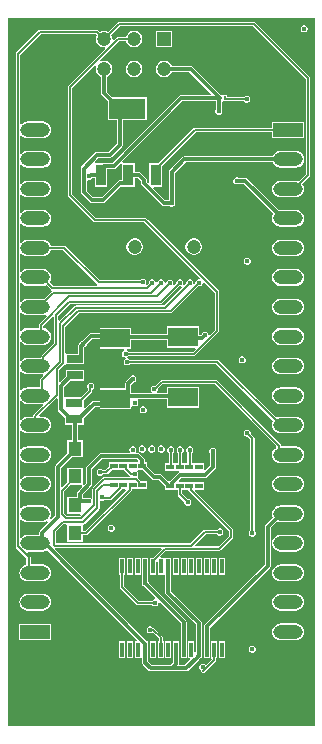
<source format=gbl>
G04*
G04 #@! TF.GenerationSoftware,Altium Limited,Altium Designer,21.0.9 (235)*
G04*
G04 Layer_Physical_Order=4*
G04 Layer_Color=16711680*
%FSLAX25Y25*%
%MOIN*%
G70*
G04*
G04 #@! TF.SameCoordinates,8C7BE193-C278-4644-9D0B-105955A7BB27*
G04*
G04*
G04 #@! TF.FilePolarity,Positive*
G04*
G01*
G75*
%ADD22R,0.04331X0.04921*%
%ADD24R,0.05315X0.02756*%
%ADD41C,0.00591*%
%ADD42C,0.01181*%
%ADD43R,0.09843X0.04724*%
%ADD44O,0.09843X0.04724*%
%ADD45C,0.04724*%
%ADD46R,0.04724X0.04724*%
%ADD47C,0.01575*%
%ADD48R,0.01181X0.04921*%
%ADD49R,0.03307X0.07087*%
%ADD50R,0.12205X0.07087*%
%ADD51R,0.09843X0.06299*%
%ADD52R,0.02559X0.01772*%
%ADD53R,0.00591X0.01260*%
G36*
X102362Y0D02*
X0D01*
Y236221D01*
X102362D01*
Y0D01*
D02*
G37*
%LPC*%
G36*
X99152Y233760D02*
X98682D01*
X98248Y233580D01*
X97916Y233248D01*
X97736Y232814D01*
Y232344D01*
X97916Y231910D01*
X98248Y231577D01*
X98682Y231398D01*
X99152D01*
X99586Y231577D01*
X99919Y231910D01*
X100098Y232344D01*
Y232814D01*
X99919Y233248D01*
X99586Y233580D01*
X99152Y233760D01*
D02*
G37*
G36*
X54921Y231890D02*
X49409D01*
Y226378D01*
X54921D01*
Y231890D01*
D02*
G37*
G36*
X42528Y221890D02*
X41802D01*
X41102Y221702D01*
X40473Y221339D01*
X39960Y220826D01*
X39597Y220198D01*
X39409Y219497D01*
Y218771D01*
X39597Y218070D01*
X39960Y217442D01*
X40473Y216929D01*
X41102Y216566D01*
X41802Y216378D01*
X42528D01*
X43229Y216566D01*
X43857Y216929D01*
X44371Y217442D01*
X44733Y218070D01*
X44921Y218771D01*
Y219497D01*
X44733Y220198D01*
X44371Y220826D01*
X43857Y221339D01*
X43229Y221702D01*
X42528Y221890D01*
D02*
G37*
G36*
X82087Y234758D02*
X37087D01*
X36818Y234704D01*
X36590Y234552D01*
X33553Y231515D01*
X33229Y231702D01*
X32528Y231890D01*
X31802D01*
X31102Y231702D01*
X30778Y231515D01*
X30241Y232052D01*
X30013Y232204D01*
X29744Y232258D01*
X10787D01*
X10519Y232204D01*
X10291Y232052D01*
X2850Y224611D01*
X2698Y224383D01*
X2644Y224114D01*
Y60015D01*
X2698Y59747D01*
X2850Y59519D01*
X6246Y56122D01*
Y53907D01*
X5934Y53866D01*
X5264Y53588D01*
X4688Y53147D01*
X4246Y52571D01*
X3968Y51901D01*
X3874Y51181D01*
X3968Y50462D01*
X4246Y49791D01*
X4688Y49216D01*
X5264Y48774D01*
X5934Y48496D01*
X6653Y48401D01*
X11772D01*
X12491Y48496D01*
X13161Y48774D01*
X13737Y49216D01*
X14179Y49791D01*
X14457Y50462D01*
X14551Y51181D01*
X14457Y51901D01*
X14179Y52571D01*
X13737Y53147D01*
X13161Y53588D01*
X12491Y53866D01*
X11772Y53961D01*
X7651D01*
Y56413D01*
X7598Y56682D01*
X7445Y56910D01*
X6582Y57774D01*
X6819Y58244D01*
X11772D01*
X12491Y58339D01*
X13161Y58616D01*
X13243Y58679D01*
X43015Y28907D01*
X42823Y28445D01*
X42323D01*
Y22736D01*
X44291D01*
Y26453D01*
X44791Y26720D01*
X44863Y26672D01*
Y21161D01*
X44939Y20777D01*
X45156Y20452D01*
X47027Y18582D01*
X47352Y18364D01*
X47736Y18288D01*
X59364D01*
X59748Y18364D01*
X60074Y18582D01*
X63654Y22162D01*
X63682Y22204D01*
X64214Y22736D01*
X64764D01*
Y23623D01*
X64783Y23720D01*
Y25591D01*
Y34350D01*
X64707Y34734D01*
X64489Y35060D01*
X54547Y45002D01*
Y53347D01*
X54528Y53443D01*
Y56201D01*
X52559D01*
Y53443D01*
X52540Y53347D01*
Y44587D01*
X52616Y44203D01*
X52834Y43877D01*
X62776Y33935D01*
Y25591D01*
Y24577D01*
X62705Y24529D01*
X62205Y24796D01*
Y28445D01*
X60236D01*
Y22736D01*
X60737D01*
X60928Y22274D01*
X58949Y20295D01*
X57522D01*
X57487Y20306D01*
X57106Y20768D01*
Y25591D01*
X57087Y25688D01*
Y28445D01*
X55118D01*
Y25688D01*
X55099Y25591D01*
Y21183D01*
X54210Y20295D01*
X48152D01*
X46870Y21577D01*
Y25591D01*
Y27475D01*
X46850Y27571D01*
Y28445D01*
X46315D01*
X15726Y59034D01*
X15933Y59534D01*
X51096D01*
X51287Y59072D01*
X48416Y56201D01*
X47441D01*
Y50492D01*
X49409D01*
Y54848D01*
X49500Y54909D01*
X50000Y54641D01*
Y50492D01*
X51968D01*
Y56201D01*
X51056D01*
X50865Y56663D01*
X52752Y58549D01*
X70571D01*
X70840Y58603D01*
X71068Y58755D01*
X74808Y62495D01*
X74960Y62723D01*
X75014Y62992D01*
Y65354D01*
X74960Y65623D01*
X74808Y65851D01*
X62282Y78377D01*
X62473Y78839D01*
X65354D01*
Y81398D01*
X57177D01*
X56985Y81860D01*
X57882Y82756D01*
X65650D01*
X66034Y82833D01*
X66359Y83050D01*
X69115Y85806D01*
X69333Y86132D01*
X69409Y86516D01*
Y91119D01*
X69566Y91497D01*
Y91967D01*
X69386Y92401D01*
X69054Y92734D01*
X68620Y92913D01*
X68150D01*
X67716Y92734D01*
X67383Y92401D01*
X67204Y91967D01*
Y91497D01*
X67383Y91063D01*
X67402Y91045D01*
Y86931D01*
X65854Y85384D01*
X65354Y85591D01*
Y87697D01*
X61332D01*
Y91158D01*
X61631Y91457D01*
X61811Y91891D01*
Y92361D01*
X61631Y92795D01*
X61299Y93127D01*
X60865Y93307D01*
X60395D01*
X59961Y93127D01*
X59629Y92795D01*
X59449Y92361D01*
Y91891D01*
X59629Y91457D01*
X59927Y91158D01*
Y87697D01*
X58183D01*
Y91158D01*
X58482Y91457D01*
X58661Y91891D01*
Y92361D01*
X58482Y92795D01*
X58149Y93127D01*
X57715Y93307D01*
X57245D01*
X56811Y93127D01*
X56479Y92795D01*
X56299Y92361D01*
Y91891D01*
X56479Y91457D01*
X56778Y91158D01*
Y87697D01*
X55033D01*
Y91158D01*
X55332Y91457D01*
X55512Y91891D01*
Y92361D01*
X55332Y92795D01*
X55000Y93127D01*
X54566Y93307D01*
X54096D01*
X53662Y93127D01*
X53329Y92795D01*
X53150Y92361D01*
Y91891D01*
X53329Y91457D01*
X53628Y91158D01*
Y87697D01*
X52559D01*
Y85138D01*
X56925D01*
X56991Y84948D01*
X57009Y84638D01*
X56757Y84469D01*
X54212Y81924D01*
X54190Y81893D01*
X53565Y81811D01*
X51497Y83879D01*
X51171Y84096D01*
X50787Y84173D01*
X49136D01*
X46457Y86852D01*
Y87992D01*
X45787D01*
Y88678D01*
X45711Y89062D01*
X45493Y89388D01*
X44112Y90769D01*
X43787Y90986D01*
X43403Y91063D01*
X42948D01*
X42734Y91555D01*
X42913Y91989D01*
Y92459D01*
X42734Y92893D01*
X42401Y93226D01*
X41967Y93405D01*
X41497D01*
X41063Y93226D01*
X40731Y92893D01*
X40551Y92459D01*
Y91989D01*
X40731Y91555D01*
X40517Y91063D01*
X31102D01*
X30718Y90986D01*
X30393Y90769D01*
X26456Y86832D01*
X26238Y86506D01*
X26162Y86122D01*
Y81124D01*
X25500Y80462D01*
X25000Y80670D01*
X25000Y80807D01*
Y86122D01*
X19882D01*
Y81407D01*
X18198Y79723D01*
X17736Y79914D01*
Y86100D01*
X21301Y89665D01*
X25000D01*
Y95374D01*
X23445D01*
Y100591D01*
X25295D01*
Y102715D01*
X29057Y106477D01*
X30610D01*
Y105709D01*
X41240D01*
Y106579D01*
X41740Y106786D01*
X41752Y106774D01*
X42186Y106595D01*
X42656D01*
X43090Y106774D01*
X43423Y107106D01*
X43602Y107541D01*
Y108010D01*
X43423Y108445D01*
X43331Y108536D01*
X43538Y109036D01*
X53051D01*
Y106102D01*
X63681D01*
Y113189D01*
X53051D01*
Y111043D01*
X49832D01*
X49631Y111543D01*
X49820Y111732D01*
X50000Y112167D01*
Y112388D01*
X51574Y113963D01*
X69099D01*
X89560Y93502D01*
X89558Y93248D01*
X89465Y92889D01*
X88979Y92517D01*
X88538Y91941D01*
X88260Y91271D01*
X88165Y90551D01*
X88260Y89832D01*
X88538Y89161D01*
X88979Y88586D01*
X89555Y88144D01*
X90225Y87866D01*
X90945Y87771D01*
X96063D01*
X96782Y87866D01*
X97453Y88144D01*
X98028Y88586D01*
X98470Y89161D01*
X98748Y89832D01*
X98843Y90551D01*
X98748Y91271D01*
X98470Y91941D01*
X98028Y92517D01*
X97453Y92958D01*
X96782Y93236D01*
X96063Y93331D01*
X91304D01*
Y93453D01*
X91251Y93722D01*
X91099Y93950D01*
X69886Y115162D01*
X69659Y115314D01*
X69390Y115368D01*
X51284D01*
X51015Y115314D01*
X50787Y115162D01*
X49163Y113538D01*
X49054Y113583D01*
X48584D01*
X48150Y113403D01*
X47818Y113071D01*
X47638Y112636D01*
Y112167D01*
X47818Y111732D01*
X48007Y111543D01*
X47806Y111043D01*
X41240D01*
Y111714D01*
X41259Y111811D01*
Y113848D01*
X42056Y114645D01*
X42303Y114747D01*
X42635Y115079D01*
X42815Y115513D01*
Y115983D01*
X42635Y116417D01*
X42303Y116749D01*
X41869Y116929D01*
X41399D01*
X40965Y116749D01*
X40633Y116417D01*
X40453Y115983D01*
Y115880D01*
X39546Y114973D01*
X39329Y114648D01*
X39252Y114263D01*
Y112795D01*
X30610D01*
Y108484D01*
X28642D01*
X28258Y108407D01*
X27932Y108190D01*
X25760Y106018D01*
X25739Y106029D01*
X25739Y106029D01*
X25295Y106260D01*
X25295Y106537D01*
Y108652D01*
X28064Y111421D01*
X28217Y111649D01*
X28270Y111918D01*
Y112222D01*
X28425Y112286D01*
X28757Y112618D01*
X28937Y113052D01*
Y113522D01*
X28757Y113956D01*
X28425Y114289D01*
X27991Y114469D01*
X27521D01*
X27087Y114289D01*
X26755Y113956D01*
X26575Y113522D01*
Y113052D01*
X26755Y112618D01*
X26865Y112508D01*
Y112209D01*
X24302Y109646D01*
X19193D01*
Y106765D01*
X18819Y106506D01*
X18693Y106483D01*
X18622Y106527D01*
Y112970D01*
X20809Y115157D01*
X25492D01*
Y118701D01*
X19390D01*
Y116577D01*
X17503Y114690D01*
X17041Y114881D01*
Y118648D01*
X18928Y120535D01*
X18939Y120551D01*
X19390Y120669D01*
X19390Y120669D01*
X25492D01*
Y123131D01*
X25511Y123228D01*
Y126249D01*
X25521Y126259D01*
X25767Y126361D01*
X26100Y126693D01*
X26277Y127122D01*
X28270Y129115D01*
X30610D01*
Y125787D01*
X38681D01*
X38780Y125287D01*
X38603Y125214D01*
X38270Y124882D01*
X38091Y124448D01*
Y123978D01*
X38270Y123544D01*
X38603Y123211D01*
X39037Y123031D01*
X39271D01*
X39371Y122531D01*
X39193Y122458D01*
X38861Y122126D01*
X38681Y121692D01*
Y121222D01*
X38861Y120788D01*
X39193Y120455D01*
X39627Y120276D01*
X40097D01*
X40531Y120455D01*
X40830Y120754D01*
X69591D01*
X88548Y101797D01*
X88538Y101784D01*
X88260Y101113D01*
X88165Y100394D01*
X88260Y99674D01*
X88538Y99004D01*
X88979Y98428D01*
X89555Y97986D01*
X90225Y97709D01*
X90945Y97614D01*
X96063D01*
X96782Y97709D01*
X97453Y97986D01*
X98028Y98428D01*
X98470Y99004D01*
X98748Y99674D01*
X98843Y100394D01*
X98748Y101113D01*
X98470Y101784D01*
X98028Y102359D01*
X97453Y102801D01*
X96782Y103079D01*
X96063Y103173D01*
X90945D01*
X90225Y103079D01*
X89555Y102801D01*
X89542Y102791D01*
X70379Y121953D01*
X70151Y122106D01*
X69882Y122159D01*
X40830D01*
X40531Y122458D01*
X40097Y122638D01*
X39863D01*
X39763Y123138D01*
X39941Y123211D01*
X40240Y123510D01*
X62106D01*
X62375Y123564D01*
X62603Y123716D01*
X70280Y131393D01*
X70433Y131621D01*
X70486Y131890D01*
Y144783D01*
X70433Y145052D01*
X70280Y145280D01*
X46363Y169197D01*
X46135Y169350D01*
X45866Y169403D01*
X29425D01*
X21372Y177456D01*
Y212701D01*
X29227Y220557D01*
X29627Y220250D01*
X29597Y220198D01*
X29409Y219497D01*
Y218771D01*
X29597Y218070D01*
X29960Y217442D01*
X30473Y216929D01*
X31102Y216566D01*
X31162Y216550D01*
Y211043D01*
X31238Y210659D01*
X31456Y210334D01*
X33366Y208423D01*
Y201969D01*
X36300D01*
Y194305D01*
X33549Y191555D01*
X29921D01*
X29537Y191478D01*
X29212Y191261D01*
X24578Y186627D01*
X24360Y186301D01*
X24284Y185917D01*
Y178157D01*
X24360Y177773D01*
X24578Y177448D01*
X27342Y174684D01*
X27667Y174467D01*
X28051Y174390D01*
X31693D01*
X32077Y174467D01*
X32403Y174684D01*
X34567Y176848D01*
X34863Y177046D01*
X37717Y179901D01*
X38209Y179921D01*
Y179921D01*
X42303D01*
Y182855D01*
X43265D01*
X44462Y181658D01*
Y181115D01*
X44538Y180731D01*
X44756Y180405D01*
X51386Y173775D01*
X51712Y173558D01*
X52096Y173481D01*
X53884D01*
X53957Y173408D01*
X54391Y173228D01*
X54861D01*
X55295Y173408D01*
X55627Y173740D01*
X55807Y174174D01*
Y174644D01*
X55629Y175073D01*
Y184328D01*
X59274Y187973D01*
X88378D01*
X88538Y187586D01*
X88979Y187011D01*
X89555Y186569D01*
X90225Y186291D01*
X90945Y186197D01*
X96063D01*
X96782Y186291D01*
X97453Y186569D01*
X98028Y187011D01*
X98470Y187586D01*
X98748Y188257D01*
X98843Y188976D01*
X98748Y189696D01*
X98470Y190366D01*
X98028Y190942D01*
X97453Y191384D01*
X96782Y191661D01*
X96063Y191756D01*
X90945D01*
X90225Y191661D01*
X89555Y191384D01*
X88979Y190942D01*
X88538Y190366D01*
X88378Y189980D01*
X58858D01*
X58474Y189903D01*
X58149Y189686D01*
X53916Y185454D01*
X53699Y185128D01*
X53623Y184744D01*
Y175488D01*
X52511D01*
X48540Y179459D01*
X48732Y179921D01*
X51358D01*
Y186802D01*
X62673Y198116D01*
X88189D01*
Y196063D01*
X98819D01*
Y201575D01*
X88189D01*
Y199521D01*
X62382D01*
X62113Y199468D01*
X61885Y199316D01*
X50365Y187795D01*
X47264D01*
Y181389D01*
X46802Y181198D01*
X46469Y181531D01*
Y182074D01*
X46393Y182458D01*
X46175Y182783D01*
X44391Y184568D01*
X44065Y184785D01*
X43681Y184862D01*
X42303D01*
Y187795D01*
X38625D01*
X38445Y187795D01*
X38238Y188295D01*
X58290Y208347D01*
X69371D01*
Y205683D01*
X69193Y205255D01*
Y204785D01*
X69373Y204351D01*
X69705Y204018D01*
X70139Y203839D01*
X70609D01*
X71043Y204018D01*
X71375Y204351D01*
X71555Y204785D01*
Y205255D01*
X71377Y205683D01*
Y207941D01*
X71654Y208327D01*
X73032D01*
Y208500D01*
X78577D01*
X78625Y208386D01*
X78957Y208054D01*
X79391Y207874D01*
X79861D01*
X80295Y208054D01*
X80627Y208386D01*
X80807Y208820D01*
Y209290D01*
X80627Y209724D01*
X80295Y210056D01*
X79861Y210236D01*
X79391D01*
X78957Y210056D01*
X78806Y209905D01*
X73032D01*
Y210374D01*
X71654D01*
Y210374D01*
X71156Y210381D01*
X61694Y219844D01*
X61368Y220061D01*
X60984Y220137D01*
X54750D01*
X54733Y220198D01*
X54371Y220826D01*
X53857Y221339D01*
X53229Y221702D01*
X52528Y221890D01*
X51802D01*
X51102Y221702D01*
X50473Y221339D01*
X49960Y220826D01*
X49597Y220198D01*
X49409Y219497D01*
Y218771D01*
X49597Y218070D01*
X49960Y217442D01*
X50473Y216929D01*
X51102Y216566D01*
X51802Y216378D01*
X52528D01*
X53229Y216566D01*
X53857Y216929D01*
X54371Y217442D01*
X54733Y218070D01*
X54750Y218130D01*
X60569D01*
X67883Y210816D01*
X67692Y210354D01*
X57874D01*
X57490Y210278D01*
X57164Y210060D01*
X34919Y187815D01*
X32264D01*
X32167Y187795D01*
X29632D01*
X29292Y187795D01*
X29048Y188225D01*
X29069Y188280D01*
X30337Y189548D01*
X33965D01*
X34349Y189624D01*
X34674Y189842D01*
X38013Y193180D01*
X38230Y193506D01*
X38307Y193890D01*
Y201969D01*
X46358D01*
Y209842D01*
X34785D01*
X33169Y211459D01*
Y216550D01*
X33229Y216566D01*
X33858Y216929D01*
X34371Y217442D01*
X34733Y218070D01*
X34921Y218771D01*
Y219497D01*
X34733Y220198D01*
X34371Y220826D01*
X33858Y221339D01*
X33229Y221702D01*
X32528Y221890D01*
X31802D01*
X31102Y221702D01*
X31050Y221672D01*
X30743Y222072D01*
X37102Y228431D01*
X39500D01*
X39597Y228070D01*
X39960Y227442D01*
X40473Y226929D01*
X41102Y226566D01*
X41802Y226378D01*
X42528D01*
X43229Y226566D01*
X43857Y226929D01*
X44371Y227442D01*
X44733Y228070D01*
X44921Y228771D01*
Y229497D01*
X44733Y230198D01*
X44371Y230826D01*
X43857Y231339D01*
X43229Y231702D01*
X42528Y231890D01*
X41802D01*
X41102Y231702D01*
X40473Y231339D01*
X39960Y230826D01*
X39597Y230198D01*
X39500Y229836D01*
X36811D01*
X36542Y229783D01*
X36314Y229631D01*
X35398Y228714D01*
X34921Y228945D01*
Y229497D01*
X34733Y230198D01*
X34546Y230521D01*
X37378Y233353D01*
X81796D01*
X99494Y215654D01*
Y184149D01*
X97052Y181707D01*
X96782Y181819D01*
X96063Y181913D01*
X90945D01*
X90225Y181819D01*
X89555Y181541D01*
X88979Y181099D01*
X88538Y180524D01*
X88260Y179853D01*
X88165Y179134D01*
X88260Y178414D01*
X88538Y177744D01*
X88979Y177168D01*
X89555Y176727D01*
X90225Y176449D01*
X90945Y176354D01*
X96063D01*
X96782Y176449D01*
X97453Y176727D01*
X98028Y177168D01*
X98470Y177744D01*
X98748Y178414D01*
X98843Y179134D01*
X98748Y179853D01*
X98470Y180524D01*
X98203Y180871D01*
X100694Y183361D01*
X100846Y183589D01*
X100899Y183858D01*
Y215945D01*
X100846Y216214D01*
X100694Y216442D01*
X82583Y234552D01*
X82355Y234704D01*
X82087Y234758D01*
D02*
G37*
G36*
X76515Y182972D02*
X76045D01*
X75611Y182793D01*
X75278Y182460D01*
X75098Y182026D01*
Y181556D01*
X75278Y181122D01*
X75611Y180790D01*
X76045Y180610D01*
X76515D01*
X76705Y180689D01*
X78817D01*
X88662Y170844D01*
X88538Y170681D01*
X88260Y170011D01*
X88165Y169291D01*
X88260Y168572D01*
X88538Y167902D01*
X88979Y167326D01*
X89555Y166884D01*
X90225Y166606D01*
X90945Y166512D01*
X96063D01*
X96782Y166606D01*
X97453Y166884D01*
X98028Y167326D01*
X98470Y167902D01*
X98748Y168572D01*
X98843Y169291D01*
X98748Y170011D01*
X98470Y170681D01*
X98028Y171257D01*
X97453Y171699D01*
X96782Y171976D01*
X96063Y172071D01*
X90945D01*
X90351Y171993D01*
X79942Y182403D01*
X79616Y182620D01*
X79232Y182696D01*
X77045D01*
X76949Y182793D01*
X76515Y182972D01*
D02*
G37*
G36*
X62371Y162598D02*
X61645D01*
X60944Y162411D01*
X60316Y162048D01*
X59803Y161535D01*
X59440Y160906D01*
X59252Y160205D01*
Y159480D01*
X59440Y158779D01*
X59803Y158150D01*
X60316Y157637D01*
X60944Y157274D01*
X61645Y157087D01*
X62371D01*
X63072Y157274D01*
X63700Y157637D01*
X64213Y158150D01*
X64576Y158779D01*
X64764Y159480D01*
Y160205D01*
X64576Y160906D01*
X64213Y161535D01*
X63700Y162048D01*
X63072Y162411D01*
X62371Y162598D01*
D02*
G37*
G36*
X96063Y162229D02*
X90945D01*
X90225Y162134D01*
X89555Y161856D01*
X88979Y161414D01*
X88538Y160839D01*
X88260Y160168D01*
X88165Y159449D01*
X88260Y158729D01*
X88538Y158059D01*
X88979Y157483D01*
X89555Y157042D01*
X90225Y156764D01*
X90945Y156669D01*
X96063D01*
X96782Y156764D01*
X97453Y157042D01*
X98028Y157483D01*
X98470Y158059D01*
X98748Y158729D01*
X98843Y159449D01*
X98748Y160168D01*
X98470Y160839D01*
X98028Y161414D01*
X97453Y161856D01*
X96782Y162134D01*
X96063Y162229D01*
D02*
G37*
G36*
X80156Y156201D02*
X79686D01*
X79252Y156021D01*
X78920Y155689D01*
X78740Y155255D01*
Y154785D01*
X78920Y154351D01*
X79252Y154018D01*
X79686Y153839D01*
X80156D01*
X80590Y154018D01*
X80923Y154351D01*
X81102Y154785D01*
Y155255D01*
X80923Y155689D01*
X80590Y156021D01*
X80156Y156201D01*
D02*
G37*
G36*
X96063Y152386D02*
X90945D01*
X90225Y152291D01*
X89555Y152014D01*
X88979Y151572D01*
X88538Y150996D01*
X88260Y150326D01*
X88165Y149606D01*
X88260Y148887D01*
X88538Y148216D01*
X88979Y147641D01*
X89555Y147199D01*
X90225Y146921D01*
X90945Y146827D01*
X96063D01*
X96782Y146921D01*
X97453Y147199D01*
X98028Y147641D01*
X98470Y148216D01*
X98748Y148887D01*
X98843Y149606D01*
X98748Y150326D01*
X98470Y150996D01*
X98028Y151572D01*
X97453Y152014D01*
X96782Y152291D01*
X96063Y152386D01*
D02*
G37*
G36*
Y142543D02*
X90945D01*
X90225Y142449D01*
X89555Y142171D01*
X88979Y141729D01*
X88538Y141154D01*
X88260Y140483D01*
X88165Y139764D01*
X88260Y139044D01*
X88538Y138374D01*
X88979Y137798D01*
X89555Y137356D01*
X90225Y137079D01*
X90945Y136984D01*
X96063D01*
X96782Y137079D01*
X97453Y137356D01*
X98028Y137798D01*
X98470Y138374D01*
X98748Y139044D01*
X98843Y139764D01*
X98748Y140483D01*
X98470Y141154D01*
X98028Y141729D01*
X97453Y142171D01*
X96782Y142449D01*
X96063Y142543D01*
D02*
G37*
G36*
Y132701D02*
X90945D01*
X90225Y132606D01*
X89555Y132328D01*
X88979Y131887D01*
X88538Y131311D01*
X88260Y130641D01*
X88165Y129921D01*
X88260Y129202D01*
X88538Y128531D01*
X88979Y127956D01*
X89555Y127514D01*
X90225Y127236D01*
X90945Y127142D01*
X96063D01*
X96782Y127236D01*
X97453Y127514D01*
X98028Y127956D01*
X98470Y128531D01*
X98748Y129202D01*
X98843Y129921D01*
X98748Y130641D01*
X98470Y131311D01*
X98028Y131887D01*
X97453Y132328D01*
X96782Y132606D01*
X96063Y132701D01*
D02*
G37*
G36*
X78385Y123327D02*
X77915D01*
X77481Y123147D01*
X77148Y122815D01*
X76968Y122381D01*
Y121911D01*
X77148Y121477D01*
X77481Y121144D01*
X77915Y120965D01*
X78385D01*
X78819Y121144D01*
X79151Y121477D01*
X79331Y121911D01*
Y122381D01*
X79151Y122815D01*
X78819Y123147D01*
X78385Y123327D01*
D02*
G37*
G36*
X96063Y122858D02*
X90945D01*
X90225Y122764D01*
X89555Y122486D01*
X88979Y122044D01*
X88538Y121469D01*
X88260Y120798D01*
X88165Y120079D01*
X88260Y119359D01*
X88538Y118689D01*
X88979Y118113D01*
X89555Y117672D01*
X90225Y117394D01*
X90945Y117299D01*
X96063D01*
X96782Y117394D01*
X97453Y117672D01*
X98028Y118113D01*
X98470Y118689D01*
X98748Y119359D01*
X98843Y120079D01*
X98748Y120798D01*
X98470Y121469D01*
X98028Y122044D01*
X97453Y122486D01*
X96782Y122764D01*
X96063Y122858D01*
D02*
G37*
G36*
Y113016D02*
X90945D01*
X90225Y112921D01*
X89555Y112644D01*
X88979Y112202D01*
X88538Y111626D01*
X88260Y110956D01*
X88165Y110236D01*
X88260Y109517D01*
X88538Y108846D01*
X88979Y108271D01*
X89555Y107829D01*
X90225Y107551D01*
X90945Y107457D01*
X96063D01*
X96782Y107551D01*
X97453Y107829D01*
X98028Y108271D01*
X98470Y108846D01*
X98748Y109517D01*
X98843Y110236D01*
X98748Y110956D01*
X98470Y111626D01*
X98028Y112202D01*
X97453Y112644D01*
X96782Y112921D01*
X96063Y113016D01*
D02*
G37*
G36*
X45392Y106644D02*
X44922D01*
X44488Y106464D01*
X44156Y106132D01*
X43976Y105698D01*
Y105228D01*
X44156Y104794D01*
X44488Y104461D01*
X44922Y104281D01*
X45392D01*
X45826Y104461D01*
X46158Y104794D01*
X46338Y105228D01*
Y105698D01*
X46158Y106132D01*
X45826Y106464D01*
X45392Y106644D01*
D02*
G37*
G36*
X48266Y93602D02*
X47797D01*
X47363Y93423D01*
X47030Y93090D01*
X46850Y92656D01*
Y92186D01*
X47030Y91752D01*
X47363Y91420D01*
X47797Y91240D01*
X48266D01*
X48700Y91420D01*
X49033Y91752D01*
X49213Y92186D01*
Y92656D01*
X49033Y93090D01*
X48700Y93423D01*
X48266Y93602D01*
D02*
G37*
G36*
X51416Y93602D02*
X50946D01*
X50512Y93423D01*
X50180Y93090D01*
X50000Y92656D01*
Y92186D01*
X50180Y91752D01*
X50512Y91420D01*
X50946Y91240D01*
X51416D01*
X51850Y91420D01*
X52182Y91752D01*
X52362Y92186D01*
Y92656D01*
X52182Y93090D01*
X51850Y93423D01*
X51416Y93602D01*
D02*
G37*
G36*
X45117D02*
X44647D01*
X44213Y93423D01*
X43881Y93090D01*
X43701Y92656D01*
Y92186D01*
X43881Y91752D01*
X44213Y91420D01*
X44647Y91240D01*
X45117D01*
X45551Y91420D01*
X45883Y91752D01*
X46063Y92186D01*
Y92656D01*
X45883Y93090D01*
X45551Y93423D01*
X45117Y93602D01*
D02*
G37*
G36*
X96063Y83488D02*
X90945D01*
X90225Y83394D01*
X89555Y83116D01*
X88979Y82674D01*
X88538Y82099D01*
X88260Y81428D01*
X88165Y80709D01*
X88260Y79989D01*
X88538Y79319D01*
X88979Y78743D01*
X89555Y78301D01*
X90225Y78024D01*
X90945Y77929D01*
X96063D01*
X96782Y78024D01*
X97453Y78301D01*
X98028Y78743D01*
X98470Y79319D01*
X98748Y79989D01*
X98843Y80709D01*
X98748Y81428D01*
X98470Y82099D01*
X98028Y82674D01*
X97453Y83116D01*
X96782Y83394D01*
X96063Y83488D01*
D02*
G37*
G36*
Y73646D02*
X90945D01*
X90225Y73551D01*
X89555Y73273D01*
X88979Y72832D01*
X88538Y72256D01*
X88260Y71586D01*
X88165Y70866D01*
X88260Y70147D01*
X88449Y69691D01*
X85905Y67147D01*
X85687Y66821D01*
X85611Y66437D01*
Y53959D01*
X65629Y33977D01*
X65412Y33652D01*
X65335Y33268D01*
Y25591D01*
X65354Y25494D01*
Y22736D01*
X67323D01*
Y25494D01*
X67342Y25591D01*
Y32852D01*
X87324Y52834D01*
X87541Y53159D01*
X87618Y53543D01*
Y66021D01*
X89909Y68312D01*
X90225Y68181D01*
X90945Y68086D01*
X96063D01*
X96782Y68181D01*
X97453Y68459D01*
X98028Y68901D01*
X98470Y69476D01*
X98748Y70147D01*
X98843Y70866D01*
X98748Y71586D01*
X98470Y72256D01*
X98028Y72832D01*
X97453Y73273D01*
X96782Y73551D01*
X96063Y73646D01*
D02*
G37*
G36*
X80156Y98819D02*
X79686D01*
X79252Y98639D01*
X78920Y98307D01*
X78740Y97873D01*
Y97403D01*
X78920Y96969D01*
X79252Y96636D01*
X79686Y96457D01*
X80109D01*
X80892Y95674D01*
Y65240D01*
X80593Y64941D01*
X80413Y64507D01*
Y64037D01*
X80593Y63603D01*
X80926Y63270D01*
X81360Y63090D01*
X81829D01*
X82263Y63270D01*
X82596Y63603D01*
X82776Y64037D01*
Y64507D01*
X82596Y64941D01*
X82297Y65240D01*
Y95965D01*
X82244Y96233D01*
X82091Y96461D01*
X81102Y97450D01*
Y97873D01*
X80923Y98307D01*
X80590Y98639D01*
X80156Y98819D01*
D02*
G37*
G36*
X96063Y63803D02*
X90945D01*
X90225Y63709D01*
X89555Y63431D01*
X88979Y62989D01*
X88538Y62414D01*
X88260Y61743D01*
X88165Y61024D01*
X88260Y60304D01*
X88538Y59634D01*
X88979Y59058D01*
X89555Y58616D01*
X90225Y58339D01*
X90945Y58244D01*
X96063D01*
X96782Y58339D01*
X97453Y58616D01*
X98028Y59058D01*
X98470Y59634D01*
X98748Y60304D01*
X98843Y61024D01*
X98748Y61743D01*
X98470Y62414D01*
X98028Y62989D01*
X97453Y63431D01*
X96782Y63709D01*
X96063Y63803D01*
D02*
G37*
G36*
X72441Y56201D02*
X70473D01*
Y50492D01*
X72441D01*
Y56201D01*
D02*
G37*
G36*
X69882D02*
X67913D01*
Y50492D01*
X69882D01*
Y56201D01*
D02*
G37*
G36*
X67323D02*
X65354D01*
Y50492D01*
X67323D01*
Y56201D01*
D02*
G37*
G36*
X64764D02*
X62795D01*
Y50492D01*
X64764D01*
Y56201D01*
D02*
G37*
G36*
X62205D02*
X60236D01*
Y50492D01*
X62205D01*
Y56201D01*
D02*
G37*
G36*
X59646D02*
X57677D01*
Y50492D01*
X59646D01*
Y56201D01*
D02*
G37*
G36*
X57087D02*
X55118D01*
Y50492D01*
X57087D01*
Y56201D01*
D02*
G37*
G36*
X44291D02*
X42323D01*
Y50492D01*
X44291D01*
Y56201D01*
D02*
G37*
G36*
X41732D02*
X39764D01*
Y50492D01*
X41732D01*
Y56201D01*
D02*
G37*
G36*
X96063Y53961D02*
X90945D01*
X90225Y53866D01*
X89555Y53588D01*
X88979Y53147D01*
X88538Y52571D01*
X88260Y51901D01*
X88165Y51181D01*
X88260Y50462D01*
X88538Y49791D01*
X88979Y49216D01*
X89555Y48774D01*
X90225Y48496D01*
X90945Y48401D01*
X96063D01*
X96782Y48496D01*
X97453Y48774D01*
X98028Y49216D01*
X98470Y49791D01*
X98748Y50462D01*
X98843Y51181D01*
X98748Y51901D01*
X98470Y52571D01*
X98028Y53147D01*
X97453Y53588D01*
X96782Y53866D01*
X96063Y53961D01*
D02*
G37*
G36*
X46850Y56201D02*
X44882D01*
Y53443D01*
X44863Y53347D01*
Y48301D01*
X44685Y47873D01*
Y47403D01*
X44865Y46969D01*
X45197Y46637D01*
X45626Y46459D01*
X49270Y42815D01*
X49055Y42323D01*
X48781D01*
X48347Y42143D01*
X48048Y41844D01*
X43696D01*
X38891Y46649D01*
Y50492D01*
X39173D01*
Y56201D01*
X37205D01*
Y50492D01*
X37486D01*
Y46358D01*
X37540Y46090D01*
X37692Y45862D01*
X42909Y40645D01*
X43137Y40493D01*
X43406Y40439D01*
X48048D01*
X48347Y40140D01*
X48781Y39961D01*
X49251D01*
X49685Y40140D01*
X50017Y40473D01*
X50197Y40907D01*
Y41181D01*
X50689Y41396D01*
X57658Y34427D01*
Y25591D01*
X57677Y25494D01*
Y22736D01*
X59646D01*
Y25494D01*
X59665Y25591D01*
Y34843D01*
X59589Y35227D01*
X59371Y35552D01*
X47045Y47878D01*
X46870Y48301D01*
Y53347D01*
X46850Y53443D01*
Y56201D01*
D02*
G37*
G36*
X96063Y44118D02*
X90945D01*
X90225Y44023D01*
X89555Y43746D01*
X88979Y43304D01*
X88538Y42728D01*
X88260Y42058D01*
X88165Y41339D01*
X88260Y40619D01*
X88538Y39949D01*
X88979Y39373D01*
X89555Y38931D01*
X90225Y38654D01*
X90945Y38559D01*
X96063D01*
X96782Y38654D01*
X97453Y38931D01*
X98028Y39373D01*
X98470Y39949D01*
X98748Y40619D01*
X98843Y41339D01*
X98748Y42058D01*
X98470Y42728D01*
X98028Y43304D01*
X97453Y43746D01*
X96782Y44023D01*
X96063Y44118D01*
D02*
G37*
G36*
X11772D02*
X6653D01*
X5934Y44023D01*
X5264Y43746D01*
X4688Y43304D01*
X4246Y42728D01*
X3968Y42058D01*
X3874Y41339D01*
X3968Y40619D01*
X4246Y39949D01*
X4688Y39373D01*
X5264Y38931D01*
X5934Y38654D01*
X6653Y38559D01*
X11772D01*
X12491Y38654D01*
X13161Y38931D01*
X13737Y39373D01*
X14179Y39949D01*
X14457Y40619D01*
X14551Y41339D01*
X14457Y42058D01*
X14179Y42728D01*
X13737Y43304D01*
X13161Y43746D01*
X12491Y44023D01*
X11772Y44118D01*
D02*
G37*
G36*
X14527Y34252D02*
X3898D01*
Y28740D01*
X14527D01*
Y34252D01*
D02*
G37*
G36*
X96063Y34276D02*
X90945D01*
X90225Y34181D01*
X89555Y33903D01*
X88979Y33462D01*
X88538Y32886D01*
X88260Y32215D01*
X88165Y31496D01*
X88260Y30777D01*
X88538Y30106D01*
X88979Y29531D01*
X89555Y29089D01*
X90225Y28811D01*
X90945Y28716D01*
X96063D01*
X96782Y28811D01*
X97453Y29089D01*
X98028Y29531D01*
X98470Y30106D01*
X98748Y30777D01*
X98843Y31496D01*
X98748Y32215D01*
X98470Y32886D01*
X98028Y33462D01*
X97453Y33903D01*
X96782Y34181D01*
X96063Y34276D01*
D02*
G37*
G36*
X81805Y26845D02*
X81335D01*
X80901Y26666D01*
X80569Y26333D01*
X80389Y25899D01*
Y25429D01*
X80569Y24995D01*
X80901Y24663D01*
X81335Y24483D01*
X81805D01*
X82239Y24663D01*
X82571Y24995D01*
X82751Y25429D01*
Y25899D01*
X82571Y26333D01*
X82239Y26666D01*
X81805Y26845D01*
D02*
G37*
G36*
X72441Y28445D02*
X70473D01*
Y22736D01*
X72441D01*
Y28445D01*
D02*
G37*
G36*
X54527D02*
X52559D01*
Y22736D01*
X54527D01*
Y28445D01*
D02*
G37*
G36*
X47774Y33366D02*
X47304D01*
X46870Y33186D01*
X46538Y32854D01*
X46358Y32420D01*
Y31950D01*
X46538Y31516D01*
X46870Y31184D01*
X47304Y31004D01*
X47774D01*
X48208Y31184D01*
X48321Y31296D01*
X50282Y29335D01*
Y28445D01*
X50000D01*
Y22736D01*
X51968D01*
Y28445D01*
X51687D01*
Y29626D01*
X51633Y29895D01*
X51481Y30123D01*
X49072Y32532D01*
X48844Y32684D01*
X48590Y32735D01*
X48541Y32854D01*
X48208Y33186D01*
X47774Y33366D01*
D02*
G37*
G36*
X49409Y28445D02*
X47441D01*
Y22736D01*
X49409D01*
Y28445D01*
D02*
G37*
G36*
X41732D02*
X39764D01*
Y22736D01*
X41732D01*
Y28445D01*
D02*
G37*
G36*
X39173D02*
X37205D01*
Y22736D01*
X39173D01*
Y28445D01*
D02*
G37*
G36*
X69882D02*
X67913D01*
Y22736D01*
X67913D01*
X67995Y22236D01*
X66087Y20328D01*
X65777Y20637D01*
X65343Y20817D01*
X64873D01*
X64439Y20637D01*
X64107Y20305D01*
X63927Y19871D01*
Y19401D01*
X64107Y18967D01*
X64439Y18634D01*
X64569Y18581D01*
X64553Y18504D01*
X64607Y18235D01*
X64759Y18007D01*
X64987Y17855D01*
X65256Y17801D01*
X65525Y17855D01*
X65753Y18007D01*
X69394Y21649D01*
X69547Y21877D01*
X69600Y22146D01*
Y22736D01*
X69882D01*
Y28445D01*
D02*
G37*
%LPD*%
G36*
X29784Y230521D02*
X29597Y230198D01*
X29409Y229497D01*
Y228771D01*
X29597Y228070D01*
X29960Y227442D01*
X30473Y226929D01*
X31102Y226566D01*
X31802Y226378D01*
X32355D01*
X32585Y225902D01*
X20173Y213489D01*
X20020Y213261D01*
X19967Y212992D01*
Y177165D01*
X20020Y176897D01*
X20173Y176669D01*
X28637Y168204D01*
X28865Y168052D01*
X29134Y167998D01*
X45575D01*
X64088Y149485D01*
X63851Y149016D01*
X63545D01*
X63111Y148836D01*
X62778Y148504D01*
X62598Y148070D01*
Y147647D01*
X62212Y147260D01*
X61788Y147543D01*
X61811Y147600D01*
Y148070D01*
X61631Y148504D01*
X61299Y148836D01*
X60865Y149016D01*
X60395D01*
X59961Y148836D01*
X59629Y148504D01*
X59449Y148070D01*
Y147647D01*
X58894Y147092D01*
X58470Y147375D01*
X58563Y147600D01*
Y148070D01*
X58383Y148504D01*
X58051Y148836D01*
X57617Y149016D01*
X57147D01*
X56713Y148836D01*
X56381Y148504D01*
X56201Y148070D01*
Y147647D01*
X55547Y146994D01*
X55124Y147277D01*
X55216Y147501D01*
Y147971D01*
X55037Y148405D01*
X54704Y148738D01*
X54270Y148917D01*
X53800D01*
X53366Y148738D01*
X53034Y148405D01*
X52854Y147971D01*
Y147906D01*
X52764Y147826D01*
X52287Y148039D01*
X52264Y148070D01*
X52084Y148504D01*
X51752Y148836D01*
X51318Y149016D01*
X50848D01*
X50414Y148836D01*
X50081Y148504D01*
X49902Y148070D01*
Y148025D01*
X49811Y147969D01*
X49673Y147997D01*
X49252Y148213D01*
X49131Y148504D01*
X48799Y148836D01*
X48365Y149016D01*
X47895D01*
X47461Y148836D01*
X47129Y148504D01*
X46949Y148070D01*
Y147647D01*
X46492Y147190D01*
X46069Y147474D01*
X46161Y147698D01*
Y148168D01*
X45982Y148602D01*
X45649Y148934D01*
X45215Y149114D01*
X44745D01*
X44311Y148934D01*
X44012Y148635D01*
X30606D01*
X19296Y159945D01*
X19068Y160098D01*
X18799Y160151D01*
X14459D01*
X14457Y160168D01*
X14179Y160839D01*
X13737Y161414D01*
X13161Y161856D01*
X12491Y162134D01*
X11772Y162229D01*
X6653D01*
X5934Y162134D01*
X5264Y161856D01*
X4688Y161414D01*
X4549Y161233D01*
X4049Y161403D01*
Y167337D01*
X4549Y167507D01*
X4688Y167326D01*
X5264Y166884D01*
X5934Y166606D01*
X6653Y166512D01*
X11772D01*
X12491Y166606D01*
X13161Y166884D01*
X13737Y167326D01*
X14179Y167902D01*
X14457Y168572D01*
X14551Y169291D01*
X14457Y170011D01*
X14179Y170681D01*
X13737Y171257D01*
X13161Y171699D01*
X12491Y171976D01*
X11772Y172071D01*
X6653D01*
X5934Y171976D01*
X5264Y171699D01*
X4688Y171257D01*
X4549Y171076D01*
X4049Y171246D01*
Y177180D01*
X4549Y177349D01*
X4688Y177168D01*
X5264Y176727D01*
X5934Y176449D01*
X6653Y176354D01*
X11772D01*
X12491Y176449D01*
X13161Y176727D01*
X13737Y177168D01*
X14179Y177744D01*
X14457Y178414D01*
X14551Y179134D01*
X14457Y179853D01*
X14179Y180524D01*
X13737Y181099D01*
X13161Y181541D01*
X12491Y181819D01*
X11772Y181913D01*
X6653D01*
X5934Y181819D01*
X5264Y181541D01*
X4688Y181099D01*
X4549Y180918D01*
X4049Y181088D01*
Y187022D01*
X4549Y187192D01*
X4688Y187011D01*
X5264Y186569D01*
X5934Y186291D01*
X6653Y186197D01*
X11772D01*
X12491Y186291D01*
X13161Y186569D01*
X13737Y187011D01*
X14179Y187586D01*
X14457Y188257D01*
X14551Y188976D01*
X14457Y189696D01*
X14179Y190366D01*
X13737Y190942D01*
X13161Y191384D01*
X12491Y191661D01*
X11772Y191756D01*
X6653D01*
X5934Y191661D01*
X5264Y191384D01*
X4688Y190942D01*
X4549Y190761D01*
X4049Y190931D01*
Y196865D01*
X4549Y197034D01*
X4688Y196853D01*
X5264Y196412D01*
X5934Y196134D01*
X6653Y196039D01*
X11772D01*
X12491Y196134D01*
X13161Y196412D01*
X13737Y196853D01*
X14179Y197429D01*
X14457Y198100D01*
X14551Y198819D01*
X14457Y199538D01*
X14179Y200209D01*
X13737Y200784D01*
X13161Y201226D01*
X12491Y201504D01*
X11772Y201599D01*
X6653D01*
X5934Y201504D01*
X5264Y201226D01*
X4688Y200784D01*
X4549Y200603D01*
X4049Y200773D01*
Y223823D01*
X11078Y230853D01*
X29453D01*
X29784Y230521D01*
D02*
G37*
G36*
X38209Y187559D02*
X38209Y187393D01*
Y182192D01*
X37586D01*
X37202Y182115D01*
X36876Y181898D01*
X33642Y178664D01*
X33345Y178465D01*
X31277Y176397D01*
X28467D01*
X26291Y178573D01*
Y181840D01*
X26791Y182174D01*
X26832Y182157D01*
X27302D01*
X27736Y182337D01*
X28068Y182669D01*
X28145Y182855D01*
X29153D01*
Y179921D01*
X33248D01*
Y185808D01*
X35335D01*
X35719Y185884D01*
X36044Y186101D01*
X37709Y187766D01*
X38209Y187559D01*
D02*
G37*
G36*
X29818Y147436D02*
X29927Y147364D01*
X29791Y146864D01*
X15153D01*
X14015Y148003D01*
X14179Y148216D01*
X14457Y148887D01*
X14551Y149606D01*
X14457Y150326D01*
X14179Y150996D01*
X13737Y151572D01*
X13161Y152014D01*
X12491Y152291D01*
X11772Y152386D01*
X6653D01*
X5934Y152291D01*
X5264Y152014D01*
X4688Y151572D01*
X4549Y151391D01*
X4049Y151560D01*
Y157495D01*
X4549Y157664D01*
X4688Y157483D01*
X5264Y157042D01*
X5934Y156764D01*
X6653Y156669D01*
X11772D01*
X12491Y156764D01*
X13161Y157042D01*
X13737Y157483D01*
X14179Y158059D01*
X14457Y158729D01*
X14459Y158746D01*
X18508D01*
X29818Y147436D01*
D02*
G37*
G36*
X4688Y147641D02*
X5264Y147199D01*
X5934Y146921D01*
X6653Y146827D01*
X11772D01*
X12491Y146921D01*
X12928Y147102D01*
X14366Y145665D01*
X14593Y145512D01*
X14666Y144988D01*
X14661Y144985D01*
X12167Y142491D01*
X11772Y142543D01*
X6653D01*
X5934Y142449D01*
X5264Y142171D01*
X4688Y141729D01*
X4549Y141548D01*
X4049Y141718D01*
Y147652D01*
X4549Y147822D01*
X4688Y147641D01*
D02*
G37*
G36*
X58124Y146323D02*
X52071Y140269D01*
X22736D01*
X22467Y140216D01*
X22240Y140064D01*
X17340Y135164D01*
X16840Y135372D01*
Y136910D01*
X20763Y140833D01*
X51083D01*
X51351Y140886D01*
X51579Y141039D01*
X57194Y146653D01*
X57617D01*
X57841Y146747D01*
X58124Y146323D01*
D02*
G37*
G36*
X4688Y137798D02*
X5264Y137356D01*
X5934Y137079D01*
X6653Y136984D01*
X11772D01*
X12491Y137079D01*
X12749Y137186D01*
X13032Y136762D01*
X10625Y134355D01*
X10473Y134127D01*
X10420Y133858D01*
Y132701D01*
X6653D01*
X5934Y132606D01*
X5264Y132328D01*
X4688Y131887D01*
X4549Y131706D01*
X4049Y131876D01*
Y137810D01*
X4549Y137979D01*
X4688Y137798D01*
D02*
G37*
G36*
X69081Y144492D02*
Y132181D01*
X67429Y130529D01*
X67270Y130536D01*
X66875Y130682D01*
X66749Y130984D01*
X66417Y131316D01*
X65983Y131496D01*
X65513D01*
X65079Y131316D01*
X64747Y130984D01*
X64644Y130737D01*
X64438Y130531D01*
X63681D01*
Y133268D01*
X53051D01*
Y130826D01*
X41240D01*
Y132874D01*
X30610D01*
Y131122D01*
X27854D01*
X27470Y131045D01*
X27145Y130828D01*
X24858Y128541D01*
X24429Y128364D01*
X24097Y128031D01*
X23917Y127597D01*
Y127494D01*
X23798Y127375D01*
X23581Y127049D01*
X23504Y126665D01*
Y124213D01*
X19390D01*
X19133Y124607D01*
Y133002D01*
X23815Y137683D01*
X54331D01*
X54599Y137737D01*
X54827Y137889D01*
X63592Y146653D01*
X64015D01*
X64449Y146833D01*
X64781Y147166D01*
X64961Y147600D01*
Y147906D01*
X65430Y148143D01*
X69081Y144492D01*
D02*
G37*
G36*
X15435Y136525D02*
Y127614D01*
X11299Y123477D01*
X11146Y123250D01*
X11093Y122981D01*
Y122858D01*
X6653D01*
X5934Y122764D01*
X5264Y122486D01*
X4688Y122044D01*
X4549Y121863D01*
X4049Y122033D01*
Y127967D01*
X4549Y128137D01*
X4688Y127956D01*
X5264Y127514D01*
X5934Y127236D01*
X6653Y127142D01*
X11772D01*
X12491Y127236D01*
X13161Y127514D01*
X13737Y127956D01*
X14179Y128531D01*
X14457Y129202D01*
X14551Y129921D01*
X14457Y130641D01*
X14179Y131311D01*
X13737Y131887D01*
X13161Y132328D01*
X12491Y132606D01*
X11824Y132694D01*
Y133567D01*
X14973Y136716D01*
X15435Y136525D01*
D02*
G37*
G36*
X53051Y126181D02*
X62428D01*
X62619Y125719D01*
X61815Y124915D01*
X40240D01*
X39941Y125214D01*
X39763Y125287D01*
X39863Y125787D01*
X41240D01*
Y128819D01*
X53051D01*
Y126181D01*
D02*
G37*
G36*
X4688Y118113D02*
X5264Y117672D01*
X5934Y117394D01*
X6653Y117299D01*
X11606D01*
X11843Y116829D01*
X10979Y115965D01*
X10827Y115737D01*
X10774Y115468D01*
Y113016D01*
X6653D01*
X5934Y112921D01*
X5264Y112644D01*
X4688Y112202D01*
X4549Y112021D01*
X4049Y112190D01*
Y118124D01*
X4549Y118294D01*
X4688Y118113D01*
D02*
G37*
G36*
Y108271D02*
X5264Y107829D01*
X5934Y107551D01*
X6653Y107457D01*
X11606D01*
X11843Y106986D01*
X8716Y103859D01*
X8563Y103631D01*
X8510Y103362D01*
Y103173D01*
X6653D01*
X5934Y103079D01*
X5264Y102801D01*
X4688Y102359D01*
X4549Y102178D01*
X4049Y102348D01*
Y108282D01*
X4549Y108452D01*
X4688Y108271D01*
D02*
G37*
G36*
X16615Y109118D02*
Y105709D01*
X16691Y105325D01*
X16908Y104999D01*
X19193Y102715D01*
Y100591D01*
X21437D01*
Y95374D01*
X19882D01*
Y91085D01*
X16023Y87225D01*
X15805Y86900D01*
X15729Y86516D01*
Y70298D01*
X14484Y69053D01*
X14108Y69384D01*
X14179Y69476D01*
X14457Y70147D01*
X14551Y70866D01*
X14457Y71586D01*
X14179Y72256D01*
X13737Y72832D01*
X13161Y73273D01*
X12491Y73551D01*
X11772Y73646D01*
X6653D01*
X5934Y73551D01*
X5264Y73273D01*
X4688Y72832D01*
X4549Y72651D01*
X4049Y72820D01*
Y78755D01*
X4549Y78924D01*
X4688Y78743D01*
X5264Y78301D01*
X5934Y78024D01*
X6653Y77929D01*
X11772D01*
X12491Y78024D01*
X13161Y78301D01*
X13737Y78743D01*
X14179Y79319D01*
X14457Y79989D01*
X14551Y80709D01*
X14457Y81428D01*
X14179Y82099D01*
X13737Y82674D01*
X13161Y83116D01*
X12491Y83394D01*
X11772Y83488D01*
X6653D01*
X5934Y83394D01*
X5264Y83116D01*
X4688Y82674D01*
X4549Y82493D01*
X4049Y82663D01*
Y88597D01*
X4549Y88767D01*
X4688Y88586D01*
X5264Y88144D01*
X5934Y87866D01*
X6653Y87771D01*
X11772D01*
X12491Y87866D01*
X13161Y88144D01*
X13737Y88586D01*
X14179Y89161D01*
X14457Y89832D01*
X14551Y90551D01*
X14457Y91271D01*
X14179Y91941D01*
X13737Y92517D01*
X13161Y92958D01*
X12491Y93236D01*
X11772Y93331D01*
X6653D01*
X5934Y93236D01*
X5264Y92958D01*
X4688Y92517D01*
X4549Y92336D01*
X4049Y92505D01*
Y98440D01*
X4549Y98609D01*
X4688Y98428D01*
X5264Y97986D01*
X5934Y97709D01*
X6653Y97614D01*
X11772D01*
X12491Y97709D01*
X13161Y97986D01*
X13737Y98428D01*
X14179Y99004D01*
X14457Y99674D01*
X14551Y100394D01*
X14457Y101113D01*
X14179Y101784D01*
X13737Y102359D01*
X13161Y102801D01*
X12491Y103079D01*
X11772Y103173D01*
X10670D01*
X10479Y103635D01*
X16153Y109309D01*
X16615Y109118D01*
D02*
G37*
G36*
X43550Y88492D02*
X43343Y87992D01*
X33661D01*
Y86427D01*
X32583Y85348D01*
X31775D01*
X31476Y85647D01*
X31042Y85827D01*
X30572D01*
X30138Y85647D01*
X29806Y85315D01*
X29626Y84881D01*
Y84411D01*
X29806Y83977D01*
X30138Y83644D01*
X30572Y83465D01*
X31042D01*
X31476Y83644D01*
X31775Y83943D01*
X32874D01*
X33143Y83997D01*
X33371Y84149D01*
X34655Y85433D01*
X38844D01*
X38972Y85242D01*
X40629Y83584D01*
X40621Y83474D01*
X40464Y83084D01*
X32087D01*
X31818Y83031D01*
X31590Y82879D01*
X28440Y79729D01*
X28288Y79501D01*
X28234Y79232D01*
Y76111D01*
X27735Y75904D01*
X27637Y76001D01*
X27203Y76181D01*
X26734D01*
X26305Y76003D01*
X25019D01*
Y77143D01*
X27875Y79999D01*
X28093Y80325D01*
X28169Y80709D01*
Y85706D01*
X31518Y89056D01*
X42987D01*
X43550Y88492D01*
D02*
G37*
G36*
X39452Y78634D02*
X25890Y65073D01*
X25000D01*
Y67224D01*
X25444Y67359D01*
X25466Y67363D01*
X25694Y67515D01*
X30418Y72240D01*
X30570Y72467D01*
X30624Y72736D01*
Y75040D01*
X31124Y75303D01*
X31370Y75201D01*
X31840D01*
X32274Y75381D01*
X32385Y75491D01*
X33189D01*
X33254Y75479D01*
X34242D01*
X34511Y75532D01*
X34739Y75684D01*
X37997Y78942D01*
X38125Y79134D01*
X39244D01*
X39452Y78634D01*
D02*
G37*
G36*
X24603Y80413D02*
X24744Y80413D01*
X24833Y80198D01*
X24951Y79913D01*
X23306Y78269D01*
X23089Y77943D01*
X23012Y77559D01*
Y76476D01*
X19882D01*
Y70768D01*
X24251D01*
X24448Y70313D01*
X24187Y69994D01*
X19878D01*
X18714Y71157D01*
Y78252D01*
X20875Y80413D01*
X24603D01*
D02*
G37*
G36*
X4688Y68901D02*
X5264Y68459D01*
X5934Y68181D01*
X6653Y68086D01*
X11772D01*
X12491Y68181D01*
X13161Y68459D01*
X13254Y68530D01*
X13585Y68153D01*
X10606Y65175D01*
X10389Y64850D01*
X10312Y64466D01*
Y63803D01*
X6653D01*
X5934Y63709D01*
X5264Y63431D01*
X4688Y62989D01*
X4549Y62808D01*
X4049Y62978D01*
Y68912D01*
X4549Y69082D01*
X4688Y68901D01*
D02*
G37*
G36*
X48011Y82460D02*
X48336Y82242D01*
X48720Y82166D01*
X50372D01*
X52559Y79978D01*
Y78839D01*
X56679D01*
Y77362D01*
X56733Y77093D01*
X56885Y76866D01*
X58858Y74892D01*
Y74470D01*
X59038Y74036D01*
X59370Y73703D01*
X59804Y73524D01*
X60274D01*
X60708Y73703D01*
X61041Y74036D01*
X61221Y74470D01*
Y74940D01*
X61041Y75374D01*
X60708Y75706D01*
X60274Y75886D01*
X59852D01*
X58084Y77653D01*
Y78839D01*
X60271D01*
Y78692D01*
X60324Y78424D01*
X60476Y78196D01*
X73609Y65063D01*
Y63283D01*
X70280Y59954D01*
X62487D01*
X62296Y60416D01*
X65941Y64061D01*
X69701D01*
X70000Y63762D01*
X70434Y63583D01*
X70904D01*
X71338Y63762D01*
X71671Y64095D01*
X71850Y64529D01*
Y64999D01*
X71671Y65433D01*
X71338Y65765D01*
X70904Y65945D01*
X70434D01*
X70000Y65765D01*
X69701Y65466D01*
X65650D01*
X65381Y65413D01*
X65153Y65260D01*
X60831Y60939D01*
X16057D01*
Y64768D01*
X18598Y67309D01*
X19417D01*
X19882Y67224D01*
Y61516D01*
X25000D01*
Y63668D01*
X26181D01*
X26450Y63721D01*
X26678Y63873D01*
X41146Y78342D01*
X41299Y78570D01*
X41352Y78839D01*
Y79134D01*
X46457D01*
Y81693D01*
X44424D01*
X44296Y81884D01*
X43302Y82879D01*
X43423Y83386D01*
X43602Y83820D01*
Y84290D01*
X43423Y84724D01*
X43214Y84933D01*
X43388Y85433D01*
X45037D01*
X48011Y82460D01*
D02*
G37*
%LPC*%
G36*
X42686Y162598D02*
X41960D01*
X41259Y162411D01*
X40631Y162048D01*
X40118Y161535D01*
X39755Y160906D01*
X39567Y160205D01*
Y159480D01*
X39755Y158779D01*
X40118Y158150D01*
X40631Y157637D01*
X41259Y157274D01*
X41960Y157087D01*
X42686D01*
X43387Y157274D01*
X44015Y157637D01*
X44528Y158150D01*
X44891Y158779D01*
X45079Y159480D01*
Y160205D01*
X44891Y160906D01*
X44528Y161535D01*
X44015Y162048D01*
X43387Y162411D01*
X42686Y162598D01*
D02*
G37*
G36*
X34782Y67224D02*
X34312D01*
X33878Y67045D01*
X33546Y66712D01*
X33366Y66278D01*
Y65808D01*
X33546Y65374D01*
X33878Y65042D01*
X34312Y64862D01*
X34782D01*
X35216Y65042D01*
X35548Y65374D01*
X35728Y65808D01*
Y66278D01*
X35548Y66712D01*
X35216Y67045D01*
X34782Y67224D01*
D02*
G37*
%LPD*%
D22*
X22441Y83268D02*
D03*
Y92520D02*
D03*
Y73622D02*
D03*
Y64370D02*
D03*
D24*
X22244Y107874D02*
D03*
Y102362D02*
D03*
X22441Y122441D02*
D03*
Y116929D02*
D03*
D41*
X93150Y159449D02*
X93504D01*
Y61024D02*
X93898Y60630D01*
X91634Y149606D02*
X93504D01*
X91240Y157539D02*
X93150Y159449D01*
X47689Y32035D02*
X48575D01*
X47539Y32185D02*
X47689Y32035D01*
X48575D02*
X50984Y29626D01*
X20669Y177165D02*
Y212992D01*
X29134Y168701D02*
X45866D01*
X20669Y177165D02*
X29134Y168701D01*
X45866D02*
X69784Y144783D01*
X20669Y212992D02*
X36811Y229134D01*
X72342Y209203D02*
X79478D01*
X79626Y209055D01*
X72342Y209203D02*
Y209350D01*
X79921Y97638D02*
X81595Y95965D01*
Y64272D02*
Y95965D01*
X36811Y229134D02*
X42165D01*
X32165D02*
X37087Y234055D01*
X82087D01*
X10787Y231555D02*
X29744D01*
X32165Y229134D01*
X69784Y131890D02*
Y144783D01*
X43406Y41142D02*
X49016D01*
X38189Y46358D02*
X43406Y41142D01*
X38189Y46358D02*
Y53347D01*
X50984Y25591D02*
Y29626D01*
X39469Y85738D02*
X41152Y84055D01*
X42421D01*
X38484Y86713D02*
X38878D01*
X39469Y86122D01*
Y85738D02*
Y86122D01*
X28937Y79232D02*
X32087Y82382D01*
X42805D02*
X43799Y81388D01*
X32087Y82382D02*
X42805D01*
X65256Y18504D02*
X68898Y22146D01*
X82087Y234055D02*
X100197Y215945D01*
X68898Y22146D02*
Y25591D01*
X23524Y138386D02*
X54331D01*
X63779Y147835D01*
X52362Y139567D02*
X60630Y147835D01*
X22736Y139567D02*
X52362D01*
X20472Y141535D02*
X51083D01*
X9851Y120079D02*
X9886D01*
X51083Y141535D02*
X57382Y147835D01*
X49606Y143307D02*
X54035Y147736D01*
X20571Y143307D02*
X49606D01*
X47736Y144488D02*
X51083Y147835D01*
X15157Y144488D02*
X47736D01*
X11122Y133858D02*
X20571Y143307D01*
X10352Y139683D02*
X15157Y144488D01*
X14862Y146161D02*
X46457D01*
X11417Y149606D02*
X14862Y146161D01*
X8858Y149606D02*
X11417D01*
X46457Y146161D02*
X48130Y147835D01*
X30315Y147933D02*
X44980D01*
X18799Y159449D02*
X30315Y147933D01*
X23524Y107874D02*
X27568Y111918D01*
Y113099D02*
X27756Y113287D01*
X22244Y107874D02*
X23524D01*
X27568Y111918D02*
Y113099D01*
X60973Y78692D02*
X74311Y65354D01*
X70571Y59252D02*
X74311Y62992D01*
Y65354D01*
X60973Y78692D02*
Y79677D01*
X60532Y80118D02*
X60973Y79677D01*
X57382Y77362D02*
X60039Y74705D01*
X57382Y77362D02*
Y80118D01*
X52461Y59252D02*
X70571D01*
X48425Y55216D02*
X52461Y59252D01*
X48425Y53347D02*
Y55216D01*
X61122Y60236D02*
X65650Y64764D01*
X70669D01*
X15700Y60236D02*
X61122D01*
X15354Y60582D02*
X15700Y60236D01*
X15354Y60582D02*
Y65059D01*
X24508Y69291D02*
X28937Y73721D01*
Y79232D01*
X29921Y78445D02*
X31890Y80413D01*
X29921Y72736D02*
Y78445D01*
X25197Y68012D02*
X29921Y72736D01*
X69390Y114665D02*
X90602Y93453D01*
X92511Y90551D02*
X93504D01*
X90602Y92461D02*
X92511Y90551D01*
X51284Y114665D02*
X69390D01*
X90602Y92461D02*
Y93453D01*
X69882Y121457D02*
X90945Y100394D01*
X39862Y121457D02*
X69882D01*
X39272Y124213D02*
X62106D01*
X69784Y131890D01*
X18307Y68012D02*
X25197D01*
X15354Y65059D02*
X18307Y68012D01*
X54331Y86516D02*
Y92126D01*
X30807Y84646D02*
X32874D01*
X34941Y86713D01*
X60630Y86516D02*
Y92126D01*
X54232Y86417D02*
X54331Y86516D01*
X60532Y86417D02*
X60630Y86516D01*
X57480Y86516D02*
Y92126D01*
X57382Y86417D02*
X57480Y86516D01*
X18012Y70866D02*
Y78543D01*
Y70866D02*
X19587Y69291D01*
X24508D01*
X40650Y78839D02*
Y79823D01*
X26181Y64370D02*
X40650Y78839D01*
Y79823D02*
X41240Y80413D01*
X41634D01*
X22441Y64370D02*
X26181D01*
X31890Y80413D02*
X35335D01*
X3347Y224114D02*
X10787Y231555D01*
X3347Y60015D02*
X6949Y56413D01*
X3347Y60015D02*
Y224114D01*
X8858Y51181D02*
X9212D01*
X6949Y53091D02*
X8858Y51181D01*
X6949Y53091D02*
Y56413D01*
X31605Y76382D02*
X31793Y76194D01*
X33241D01*
X34941Y86713D02*
X35335D01*
X43799Y81004D02*
Y81388D01*
X33254Y76181D02*
X34242D01*
X33241Y76194D02*
X33254Y76181D01*
X22441Y82972D02*
Y83268D01*
X18012Y78543D02*
X22441Y82972D01*
X34242Y76181D02*
X37500Y79439D01*
X44390Y80413D02*
X44783D01*
X43799Y81004D02*
X44390Y80413D01*
X38091D02*
X38484D01*
X37500Y79823D02*
X38091Y80413D01*
X37500Y79439D02*
Y79823D01*
X42421Y107509D02*
Y107776D01*
X49020Y112402D02*
X51284Y114665D01*
X48819Y112402D02*
X49020D01*
X90945Y100394D02*
X93504D01*
X16138Y127323D02*
Y137201D01*
X20472Y141535D01*
X11476Y115468D02*
X17447Y121439D01*
Y134277D02*
X22736Y139567D01*
X17447Y121439D02*
Y134277D01*
X11795Y122981D02*
X16138Y127323D01*
X9212Y103362D02*
X16339Y110488D01*
X9212Y100394D02*
Y103362D01*
X11476Y112146D02*
Y115468D01*
X9567Y110236D02*
X11476Y112146D01*
X9212Y110236D02*
X9567D01*
X18431Y121031D02*
Y133293D01*
X16339Y110488D02*
Y118939D01*
X18431Y133293D02*
X23524Y138386D01*
X16339Y118939D02*
X18431Y121031D01*
X11795Y121988D02*
Y122981D01*
X9886Y120079D02*
X11795Y121988D01*
X8858Y139757D02*
X8932Y139683D01*
X8858Y139757D02*
Y139764D01*
X11122Y131831D02*
Y133858D01*
X9212Y129921D02*
X11122Y131831D01*
X8932Y139683D02*
X10352D01*
X8858Y159449D02*
X18799D01*
X93504Y179134D02*
X95473D01*
X100197Y183858D02*
Y215945D01*
X95473Y179134D02*
X100197Y183858D01*
X62382Y198819D02*
X93504D01*
X49311Y185748D02*
X62382Y198819D01*
X49311Y183858D02*
Y185748D01*
D42*
X39193Y181188D02*
X40256Y182251D01*
X37586Y181188D02*
X39193D01*
X34154Y177756D02*
X37586Y181188D01*
X34055Y177756D02*
X34154D01*
X40256Y182251D02*
Y183858D01*
X45866Y25591D02*
Y27475D01*
Y21161D02*
Y25591D01*
X9212Y61024D02*
X12317D01*
X45866Y27475D01*
X10056Y61401D02*
X11316Y62660D01*
X45465Y181115D02*
X52096Y174485D01*
X54551D01*
X54626Y174409D01*
X40256Y183858D02*
X43681D01*
X45465Y182074D01*
Y181115D02*
Y182074D01*
X31693Y175394D02*
X34055Y177756D01*
X28051Y175394D02*
X31693D01*
X25287Y178157D02*
X28051Y175394D01*
X25287Y178157D02*
Y185917D01*
X27174Y183338D02*
X27693Y183858D01*
X27067Y183338D02*
X27174D01*
X25287Y185917D02*
X29921Y190551D01*
X33965D01*
X37303Y193890D01*
X27693Y183858D02*
X31201D01*
X37303Y193890D02*
Y203346D01*
X39862Y205906D01*
X57466Y83760D02*
X65650D01*
X68405Y86516D01*
Y91711D01*
X68385Y91732D02*
X68405Y91711D01*
X91634Y169291D02*
X93504D01*
X76386Y181791D02*
X76485Y181693D01*
X76279Y181791D02*
X76386D01*
X79232Y181693D02*
X91634Y169291D01*
X76485Y181693D02*
X79232D01*
X32165Y211043D02*
X37303Y205906D01*
X39862D01*
X32165Y211043D02*
Y219134D01*
X45866Y47638D02*
Y53347D01*
X86614Y66437D02*
X91043Y70866D01*
X66339Y25591D02*
Y33268D01*
X86614Y53543D01*
Y66437D01*
X91043Y70866D02*
X93504D01*
X63779Y25591D02*
Y34350D01*
X53543Y44587D02*
X63779Y34350D01*
X53543Y44587D02*
Y53347D01*
X45866Y47638D02*
X58661Y34843D01*
Y25591D02*
Y34843D01*
X54626Y19291D02*
X59364D01*
X63779Y23720D02*
Y25591D01*
X62944Y22885D02*
X63779Y23720D01*
X62944Y22871D02*
Y22885D01*
X59364Y19291D02*
X62944Y22871D01*
X56102Y20768D02*
Y25591D01*
X54626Y19291D02*
X56102Y20768D01*
X47736Y19291D02*
X54626D01*
X45866Y21161D02*
X47736Y19291D01*
X23819Y75000D02*
X24016Y75197D01*
X23819Y75000D02*
X26969D01*
X22441Y73622D02*
X23819Y75000D01*
X38484Y110039D02*
X54823D01*
X38484D02*
X40256Y111811D01*
X37697Y109252D02*
X38484Y110039D01*
X33268Y107480D02*
X35482Y109695D01*
X40256Y111811D02*
Y114263D01*
X41634Y115641D01*
X35925Y109252D02*
X37697D01*
X41634Y115641D02*
Y115748D01*
X54921Y81215D02*
X57466Y83760D01*
X54232Y80118D02*
X54626D01*
X54921Y80413D01*
Y81215D01*
X16732Y69882D02*
Y86516D01*
X11316Y64466D02*
X16732Y69882D01*
X11316Y62660D02*
Y64466D01*
X16732Y86516D02*
X22441Y92224D01*
Y92520D01*
X31102Y90059D02*
X43403D01*
X48720Y83169D02*
X50787D01*
X45177Y86713D02*
X48720Y83169D01*
X44783Y86713D02*
X45177D01*
X50787Y83169D02*
X53839Y80118D01*
X54232D01*
X27165Y80709D02*
Y86122D01*
X24016Y75197D02*
Y77559D01*
X27165Y80709D01*
X44783Y86713D02*
Y88678D01*
X43403Y90059D02*
X44783Y88678D01*
X27165Y86122D02*
X31102Y90059D01*
X55413Y129528D02*
X64854D01*
X65641Y130315D01*
X65748D01*
X55118Y129823D02*
X55413Y129528D01*
X54823Y110039D02*
X55118Y109744D01*
X22244Y102362D02*
X22441Y102165D01*
Y92520D02*
Y102165D01*
X37500Y129823D02*
X37894D01*
X40157Y127559D01*
X36122Y129823D02*
X37500D01*
X35827Y130118D02*
X36122Y129823D01*
X25098Y127362D02*
X27854Y130118D01*
X35827D01*
X23720Y122441D02*
X24508Y123228D01*
X22441Y122441D02*
X23720D01*
X24508Y123228D02*
Y126665D01*
X25098Y127256D01*
Y127362D01*
X37500Y129823D02*
X55118D01*
X17618Y105709D02*
X20965Y102362D01*
X17618Y105709D02*
Y113386D01*
X20965Y102362D02*
X22244D01*
X21161Y116929D02*
X22441D01*
X17618Y113386D02*
X21161Y116929D01*
X28642Y107480D02*
X33268D01*
X23524Y102362D02*
X28642Y107480D01*
X22244Y102362D02*
X23524D01*
X32264Y186811D02*
X35335D01*
X57874Y209350D02*
X70512D01*
X35335Y186811D02*
X57874Y209350D01*
X70374Y208957D02*
X70473Y209055D01*
X70374Y205020D02*
Y208957D01*
X70512Y209350D02*
X70768D01*
X70473Y209311D02*
X70512Y209350D01*
X70473Y209055D02*
Y209311D01*
X54626Y174409D02*
Y184744D01*
X58858Y188976D01*
X93504D01*
X31201Y185748D02*
X32264Y186811D01*
X31201Y183858D02*
Y185748D01*
X52165Y219134D02*
X60984D01*
X70768Y209350D01*
D43*
X93504Y198819D02*
D03*
X9212Y31496D02*
D03*
D44*
X93504D02*
D03*
Y41339D02*
D03*
Y51181D02*
D03*
Y61024D02*
D03*
Y70866D02*
D03*
Y80709D02*
D03*
Y90551D02*
D03*
Y100394D02*
D03*
Y110236D02*
D03*
Y120079D02*
D03*
Y129921D02*
D03*
Y139764D02*
D03*
Y149606D02*
D03*
Y159449D02*
D03*
Y169291D02*
D03*
Y179134D02*
D03*
Y188976D02*
D03*
X9212Y198819D02*
D03*
Y188976D02*
D03*
Y179134D02*
D03*
Y169291D02*
D03*
Y159449D02*
D03*
Y149606D02*
D03*
Y139764D02*
D03*
Y129921D02*
D03*
Y120079D02*
D03*
Y110236D02*
D03*
Y100394D02*
D03*
Y90551D02*
D03*
Y80709D02*
D03*
Y70866D02*
D03*
Y61024D02*
D03*
Y51181D02*
D03*
Y41339D02*
D03*
D45*
X62008Y159843D02*
D03*
X42323D02*
D03*
X42165Y229134D02*
D03*
X32165D02*
D03*
X42165Y219134D02*
D03*
X32165D02*
D03*
X52165D02*
D03*
D46*
Y229134D02*
D03*
D47*
X47539Y32185D02*
D03*
X27067Y183338D02*
D03*
X79921Y97638D02*
D03*
Y155020D02*
D03*
X68385Y91732D02*
D03*
X76279Y181791D02*
D03*
X79626Y209055D02*
D03*
X98917Y232579D02*
D03*
X81570Y25664D02*
D03*
X81595Y64272D02*
D03*
X49016Y41142D02*
D03*
X45866Y47638D02*
D03*
X42421Y84055D02*
D03*
X65108Y19636D02*
D03*
X63779Y147835D02*
D03*
X60630D02*
D03*
X57382D02*
D03*
X54035Y147736D02*
D03*
X51083Y147835D02*
D03*
X48130D02*
D03*
X44980Y147933D02*
D03*
X27756Y113287D02*
D03*
X25098Y127362D02*
D03*
X78150Y122146D02*
D03*
X39272Y124213D02*
D03*
X39862Y121457D02*
D03*
X42421Y107776D02*
D03*
X45157Y105463D02*
D03*
X48031Y92421D02*
D03*
X48819Y112402D02*
D03*
X44882Y92421D02*
D03*
X41634Y115748D02*
D03*
X41732Y92224D02*
D03*
X51181Y92421D02*
D03*
X54331Y92126D02*
D03*
X57480Y92126D02*
D03*
X60630Y92126D02*
D03*
X26969Y75000D02*
D03*
X70669Y64764D02*
D03*
X60039Y74705D02*
D03*
X30807Y84646D02*
D03*
X31605Y76382D02*
D03*
X34547Y66043D02*
D03*
X65748Y130315D02*
D03*
X70374Y205020D02*
D03*
X54626Y174409D02*
D03*
D48*
X38189Y25591D02*
D03*
X40748D02*
D03*
X43307D02*
D03*
X45866D02*
D03*
X48425D02*
D03*
X50984D02*
D03*
X53543D02*
D03*
X56102D02*
D03*
X58661D02*
D03*
X61221D02*
D03*
X63779D02*
D03*
X66339D02*
D03*
X68898D02*
D03*
X71457D02*
D03*
X71457Y53347D02*
D03*
X68898D02*
D03*
X66339D02*
D03*
X63779D02*
D03*
X61221D02*
D03*
X58661D02*
D03*
X56102D02*
D03*
X53543D02*
D03*
X50984D02*
D03*
X48425D02*
D03*
X45866D02*
D03*
X43307D02*
D03*
X40748D02*
D03*
X38189D02*
D03*
D49*
X31201Y183858D02*
D03*
X40256D02*
D03*
X49311D02*
D03*
D50*
X39862Y205906D02*
D03*
D51*
X35925Y109252D02*
D03*
Y129331D02*
D03*
X58366Y109646D02*
D03*
Y129724D02*
D03*
D52*
X35335Y86713D02*
D03*
X38484D02*
D03*
X41634D02*
D03*
X44783D02*
D03*
Y80413D02*
D03*
X41634D02*
D03*
X38484D02*
D03*
X35335D02*
D03*
X54232Y86417D02*
D03*
X57382D02*
D03*
X60532D02*
D03*
X63681D02*
D03*
Y80118D02*
D03*
X60532D02*
D03*
X57382D02*
D03*
X54232D02*
D03*
D53*
X70768Y209350D02*
D03*
X72342D02*
D03*
M02*

</source>
